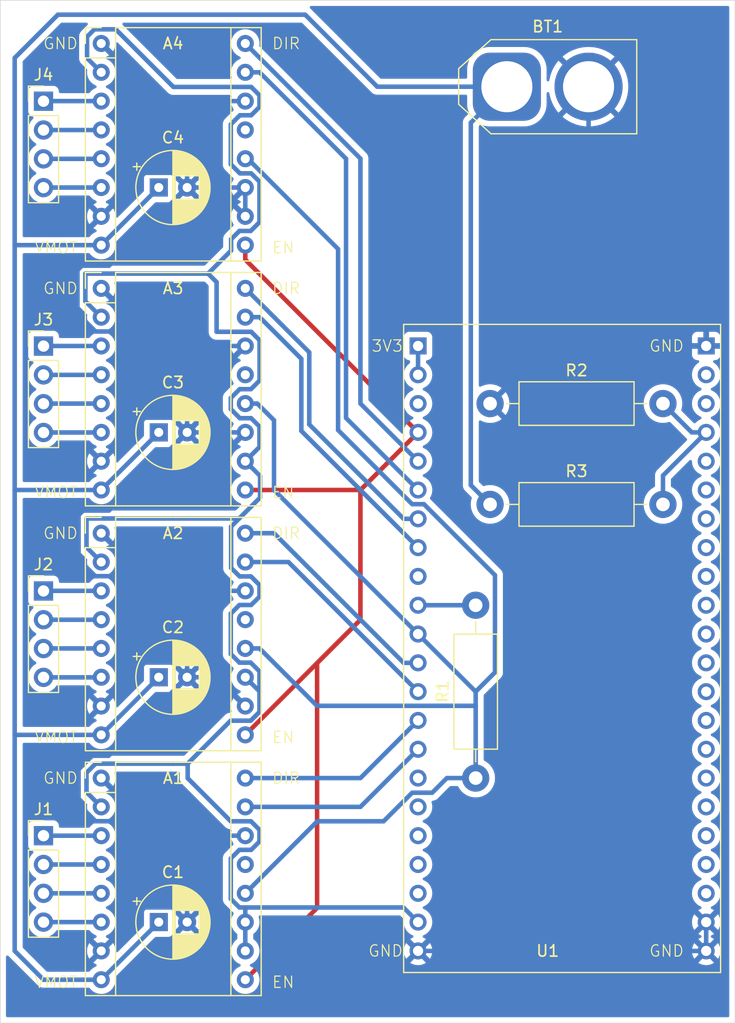
<source format=kicad_pcb>
(kicad_pcb (version 20240108) (generator "pcbnew") (generator_version "8.0")
  (title_block (title "Carte de commande principale") (date "2025-01-26") (rev "0.1") (company "Valentin G."))
  (layers (0 "F.Cu" signal) (31 "B.Cu" signal) (34 "B.Paste" user) (35 "F.Paste" user) (36 "B.SilkS" user "B.Silkscreen") (37 "F.SilkS" user "F.Silkscreen") (38 "B.Mask" user) (39 "F.Mask" user) (44 "Edge.Cuts" user))
  (net 0 "")
  (net 1 "GND")
  (net 2 "+BATT")
  (net 3 "+5V")
  (net 4 "Net-(A1-1B)")
  (net 5 "Net-(A1-2A)")
  (net 6 "Net-(A1-1A)")
  (net 7 "Net-(A1-2B)")
  (net 8 "UART_Mot")
  (net 9 "M1_STP")
  (net 10 "Drive_Mot_EN")
  (net 11 "M1_DIR")
  (net 13 "M2_DIR")
  (net 14 "Net-(A2-2A)")
  (net 15 "Net-(A2-1A)")
  (net 17 "Net-(A2-2B)")
  (net 18 "M2_STP")
  (net 19 "Net-(A2-1B)")
  (net 21 "Net-(A3-1A)")
  (net 22 "M3_STP")
  (net 23 "Net-(A3-2B)")
  (net 24 "M3_DIR")
  (net 25 "Net-(A3-1B)")
  (net 26 "Net-(A3-2A)")
  (net 27 "Net-(A4-1A)")
  (net 28 "M4_STP")
  (net 29 "Net-(A4-2A)")
  (net 30 "Net-(A4-1B)")
  (net 31 "Net-(A4-2B)")
  (net 33 "M4_DIR")
  (net 34 "/TX1")
  (net 35 "/ADC1_0")
  (net 37 "Net-(U1-3V3-Pad1)")
  (footprint "Custom:Pololu_Breakout-16_15.2x20.3mm_Better_Silkscreen" (layer "F.Cu") (at 62.24 116.84)
    (property "Reference" "A1" (at 6.35 0 0) (layer "F.SilkS"))
    (property "Value" "M4")
    (fp_text user "EN" (at 15 18 0) (layer "F.SilkS") (effects (font (thickness 0.1)) (justify left)))
    (fp_text user "GND" (at -2 0 0) (layer "F.SilkS") (effects (font (thickness 0.1)) (justify right)))
    (fp_text user "VMOT" (at -2 18 0) (layer "F.SilkS") (effects (font (thickness 0.1)) (justify right)))
    (fp_text user "DIR" (at 15 0 0) (layer "F.SilkS") (effects (font (thickness 0.1)) (justify left)))
    (pad "1" thru_hole circle (at 0 0) (size 1.5 1.5) (drill 0.8) (layers "*.Cu" "*.Mask") (net 1 "GND"))
    (pad "2" thru_hole circle (at 0 2.54) (size 1.5 1.5) (drill 0.8) (layers "*.Cu" "*.Mask") (net 3 "+5V"))
    (pad "3" thru_hole circle (at 0 5.08) (size 1.5 1.5) (drill 0.8) (layers "*.Cu" "*.Mask") (net 4 "Net-(A1-1B)"))
    (pad "4" thru_hole circle (at 0 7.62) (size 1.5 1.5) (drill 0.8) (layers "*.Cu" "*.Mask") (net 6 "Net-(A1-1A)"))
    (pad "5" thru_hole circle (at 0 10.16) (size 1.5 1.5) (drill 0.8) (layers "*.Cu" "*.Mask") (net 5 "Net-(A1-2A)"))
    (pad "6" thru_hole circle (at 0 12.7) (size 1.5 1.5) (drill 0.8) (layers "*.Cu" "*.Mask") (net 7 "Net-(A1-2B)"))
    (pad "7" thru_hole circle (at 0 15.24) (size 1.5 1.5) (drill 0.8) (layers "*.Cu" "*.Mask") (net 1 "GND"))
    (pad "8" thru_hole circle (at 0 17.78) (size 1.5 1.5) (drill 0.8) (layers "*.Cu" "*.Mask") (net 2 "+BATT"))
    (pad "9" thru_hole circle (at 12.7 17.78) (size 1.5 1.5) (drill 0.8) (layers "*.Cu" "*.Mask") (net 10 "Drive_Mot_EN"))
    (pad "10" thru_hole circle (at 12.7 15.24) (size 1.5 1.5) (drill 0.8) (layers "*.Cu" "*.Mask") (net 3 "+5V"))
    (pad "11" thru_hole circle (at 12.7 12.7) (size 1.5 1.5) (drill 0.8) (layers "*.Cu" "*.Mask") (net 3 "+5V"))
    (pad "12" thru_hole circle (at 12.7 10.16) (size 1.5 1.5) (drill 0.8) (layers "*.Cu" "*.Mask") (net 8 "UART_Mot"))
    (pad "13" thru_hole circle (at 12.7 7.62) (size 1.5 1.5) (drill 0.8) (layers "*.Cu" "*.Mask"))
    (pad "14" thru_hole circle (at 12.7 5.08) (size 1.5 1.5) (drill 0.8) (layers "*.Cu" "*.Mask") (net 1 "GND"))
    (pad "15" thru_hole circle (at 12.7 2.54) (size 1.5 1.5) (drill 0.8) (layers "*.Cu" "*.Mask") (net 28 "M4_STP"))
    (pad "16" thru_hole circle (at 12.7 0) (size 1.5 1.5) (drill 0.8) (layers "*.Cu" "*.Mask") (net 33 "M4_DIR"))
  )
  (footprint "Connector_AMASS:AMASS_XT60-M_1x02_P7.20mm_Vertical" (layer "F.Cu") (at 98 55.88)
    (property "Reference" "BT1" (at 3.6 -5.3 180) (layer "F.SilkS"))
    (property "Value" "XT60_High_Power")
    (pad "1" thru_hole roundrect (at 0 0) (size 6 6) (drill 4.5) (layers "*.Cu" "*.Mask") (net 2 "+BATT"))
    (pad "2" thru_hole circle (at 7.2 0) (size 6 6) (drill 4.5) (layers "*.Cu" "*.Mask") (net 1 "GND"))
  )
  (footprint "Capacitor_THT:CP_Radial_D6.3mm_P2.50mm" (layer "F.Cu") (at 67.31 107.95)
    (property "Reference" "C2" (at 1.25 -4.4 0) (layer "F.SilkS"))
    (property "Value" "100uF/35V")
    (pad "1" thru_hole rect (at 0 0) (size 1.6 1.6) (drill 0.8) (layers "*.Cu" "*.Mask") (net 2 "+BATT"))
    (pad "2" thru_hole circle (at 2.5 0) (size 1.6 1.6) (drill 0.8) (layers "*.Cu" "*.Mask") (net 1 "GND"))
  )
  (footprint "Custom:Pololu_Breakout-16_15.2x20.3mm_Better_Silkscreen" (layer "F.Cu") (at 62.24 73.66)
    (property "Reference" "A3" (at 6.34 0 0) (layer "F.SilkS"))
    (property "Value" "M2")
    (fp_text user "VMOT" (at -2 18 0) (layer "F.SilkS") (effects (font (thickness 0.1)) (justify right)))
    (fp_text user "DIR" (at 15 0 0) (layer "F.SilkS") (effects (font (thickness 0.1)) (justify left)))
    (fp_text user "EN" (at 15 18 0) (layer "F.SilkS") (effects (font (thickness 0.1)) (justify left)))
    (fp_text user "GND" (at -2 0 0) (layer "F.SilkS") (effects (font (thickness 0.1)) (justify right)))
    (pad "1" thru_hole circle (at 0 0) (size 1.5 1.5) (drill 0.8) (layers "*.Cu" "*.Mask") (net 1 "GND"))
    (pad "2" thru_hole circle (at 0 2.54) (size 1.5 1.5) (drill 0.8) (layers "*.Cu" "*.Mask") (net 3 "+5V"))
    (pad "3" thru_hole circle (at 0 5.08) (size 1.5 1.5) (drill 0.8) (layers "*.Cu" "*.Mask") (net 25 "Net-(A3-1B)"))
    (pad "4" thru_hole circle (at 0 7.62) (size 1.5 1.5) (drill 0.8) (layers "*.Cu" "*.Mask") (net 21 "Net-(A3-1A)"))
    (pad "5" thru_hole circle (at 0 10.16) (size 1.5 1.5) (drill 0.8) (layers "*.Cu" "*.Mask") (net 26 "Net-(A3-2A)"))
    (pad "6" thru_hole circle (at 0 12.7) (size 1.5 1.5) (drill 0.8) (layers "*.Cu" "*.Mask") (net 23 "Net-(A3-2B)"))
    (pad "7" thru_hole circle (at 0 15.24) (size 1.5 1.5) (drill 0.8) (layers "*.Cu" "*.Mask") (net 1 "GND"))
    (pad "8" thru_hole circle (at 0 17.78) (size 1.5 1.5) (drill 0.8) (layers "*.Cu" "*.Mask") (net 2 "+BATT"))
    (pad "9" thru_hole circle (at 12.7 17.78) (size 1.5 1.5) (drill 0.8) (layers "*.Cu" "*.Mask") (net 10 "Drive_Mot_EN"))
    (pad "10" thru_hole circle (at 12.7 15.24) (size 1.5 1.5) (drill 0.8) (layers "*.Cu" "*.Mask") (net 3 "+5V"))
    (pad "11" thru_hole circle (at 12.7 12.7) (size 1.5 1.5) (drill 0.8) (layers "*.Cu" "*.Mask") (net 1 "GND"))
    (pad "12" thru_hole circle (at 12.7 10.16) (size 1.5 1.5) (drill 0.8) (layers "*.Cu" "*.Mask") (net 8 "UART_Mot"))
    (pad "13" thru_hole circle (at 12.7 7.62) (size 1.5 1.5) (drill 0.8) (layers "*.Cu" "*.Mask"))
    (pad "14" thru_hole circle (at 12.7 5.08) (size 1.5 1.5) (drill 0.8) (layers "*.Cu" "*.Mask") (net 1 "GND"))
    (pad "15" thru_hole circle (at 12.7 2.54) (size 1.5 1.5) (drill 0.8) (layers "*.Cu" "*.Mask") (net 18 "M2_STP"))
    (pad "16" thru_hole circle (at 12.7 0) (size 1.5 1.5) (drill 0.8) (layers "*.Cu" "*.Mask") (net 13 "M2_DIR"))
  )
  (footprint "Resistor_THT:R_Axial_DIN0411_L9.9mm_D3.6mm_P15.24mm_Horizontal" (layer "F.Cu") (at 96.52 83.82)
    (property "Reference" "R2" (at 7.62 -2.92 0) (layer "F.SilkS"))
    (property "Value" "15k")
    (pad "1" thru_hole circle (at 0 0) (size 2.4 2.4) (drill 1.2) (layers "*.Cu" "*.Mask") (net 1 "GND"))
    (pad "2" thru_hole oval (at 15.24 0) (size 2.4 2.4) (drill 1.2) (layers "*.Cu" "*.Mask") (net 35 "/ADC1_0"))
  )
  (footprint "Custom:Pololu_Breakout-16_15.2x20.3mm_Better_Silkscreen" (layer "F.Cu") (at 62.24 95.25)
    (property "Reference" "A2" (at 6.34 0 0) (layer "F.SilkS"))
    (property "Value" "M3")
    (fp_text user "EN" (at 15 18 0) (layer "F.SilkS") (effects (font (thickness 0.1)) (justify left)))
    (fp_text user "GND" (at -2 0 0) (layer "F.SilkS") (effects (font (thickness 0.1)) (justify right)))
    (fp_text user "VMOT" (at -2 18 0) (layer "F.SilkS") (effects (font (thickness 0.1)) (justify right)))
    (fp_text user "DIR" (at 15 0 0) (layer "F.SilkS") (effects (font (thickness 0.1)) (justify left)))
    (pad "1" thru_hole circle (at 0 0) (size 1.5 1.5) (drill 0.8) (layers "*.Cu" "*.Mask") (net 1 "GND"))
    (pad "2" thru_hole circle (at 0 2.54) (size 1.5 1.5) (drill 0.8) (layers "*.Cu" "*.Mask") (net 3 "+5V"))
    (pad "3" thru_hole circle (at 0 5.08) (size 1.5 1.5) (drill 0.8) (layers "*.Cu" "*.Mask") (net 19 "Net-(A2-1B)"))
    (pad "4" thru_hole circle (at 0 7.62) (size 1.5 1.5) (drill 0.8) (layers "*.Cu" "*.Mask") (net 15 "Net-(A2-1A)"))
    (pad "5" thru_hole circle (at 0 10.16) (size 1.5 1.5) (drill 0.8) (layers "*.Cu" "*.Mask") (net 14 "Net-(A2-2A)"))
    (pad "6" thru_hole circle (at 0 12.7) (size 1.5 1.5) (drill 0.8) (layers "*.Cu" "*.Mask") (net 17 "Net-(A2-2B)"))
    (pad "7" thru_hole circle (at 0 15.24) (size 1.5 1.5) (drill 0.8) (layers "*.Cu" "*.Mask") (net 1 "GND"))
    (pad "8" thru_hole circle (at 0 17.78) (size 1.5 1.5) (drill 0.8) (layers "*.Cu" "*.Mask") (net 2 "+BATT"))
    (pad "9" thru_hole circle (at 12.7 17.78) (size 1.5 1.5) (drill 0.8) (layers "*.Cu" "*.Mask") (net 10 "Drive_Mot_EN"))
    (pad "10" thru_hole circle (at 12.7 15.24) (size 1.5 1.5) (drill 0.8) (layers "*.Cu" "*.Mask") (net 1 "GND"))
    (pad "11" thru_hole circle (at 12.7 12.7) (size 1.5 1.5) (drill 0.8) (layers "*.Cu" "*.Mask") (net 3 "+5V"))
    (pad "12" thru_hole circle (at 12.7 10.16) (size 1.5 1.5) (drill 0.8) (layers "*.Cu" "*.Mask") (net 8 "UART_Mot"))
    (pad "13" thru_hole circle (at 12.7 7.62) (size 1.5 1.5) (drill 0.8) (layers "*.Cu" "*.Mask"))
    (pad "14" thru_hole circle (at 12.7 5.08) (size 1.5 1.5) (drill 0.8) (layers "*.Cu" "*.Mask") (net 1 "GND"))
    (pad "15" thru_hole circle (at 12.7 2.54) (size 1.5 1.5) (drill 0.8) (layers "*.Cu" "*.Mask") (net 22 "M3_STP"))
    (pad "16" thru_hole circle (at 12.7 0) (size 1.5 1.5) (drill 0.8) (layers "*.Cu" "*.Mask") (net 24 "M3_DIR"))
  )
  (footprint "Connector_PinHeader_2.54mm:PinHeader_1x04_P2.54mm_Vertical" (layer "F.Cu") (at 57.15 57.16)
    (property "Reference" "J4" (at 0 -2.33 0) (layer "F.SilkS"))
    (property "Value" "Moteur_4")
    (pad "1" thru_hole rect (at 0 0) (size 1.7 1.7) (drill 1) (layers "*.Cu" "*.Mask") (net 30 "Net-(A4-1B)"))
    (pad "2" thru_hole oval (at 0 2.54) (size 1.7 1.7) (drill 1) (layers "*.Cu" "*.Mask") (net 27 "Net-(A4-1A)"))
    (pad "3" thru_hole oval (at 0 5.08) (size 1.7 1.7) (drill 1) (layers "*.Cu" "*.Mask") (net 29 "Net-(A4-2A)"))
    (pad "4" thru_hole oval (at 0 7.62) (size 1.7 1.7) (drill 1) (layers "*.Cu" "*.Mask") (net 31 "Net-(A4-2B)"))
  )
  (footprint "Capacitor_THT:CP_Radial_D6.3mm_P2.50mm" (layer "F.Cu") (at 67.31 64.77)
    (property "Reference" "C4" (at 1.25 -4.4 0) (layer "F.SilkS"))
    (property "Value" "100uF/35V")
    (pad "1" thru_hole rect (at 0 0) (size 1.6 1.6) (drill 0.8) (layers "*.Cu" "*.Mask") (net 2 "+BATT"))
    (pad "2" thru_hole circle (at 2.5 0) (size 1.6 1.6) (drill 0.8) (layers "*.Cu" "*.Mask") (net 1 "GND"))
  )
  (footprint "Connector_PinHeader_2.54mm:PinHeader_1x04_P2.54mm_Vertical" (layer "F.Cu") (at 57.15 121.92)
    (property "Reference" "J1" (at 0 -2.33 0) (layer "F.SilkS"))
    (property "Value" "Moteur_1")
    (pad "1" thru_hole rect (at 0 0) (size 1.7 1.7) (drill 1) (layers "*.Cu" "*.Mask") (net 4 "Net-(A1-1B)"))
    (pad "2" thru_hole oval (at 0 2.54) (size 1.7 1.7) (drill 1) (layers "*.Cu" "*.Mask") (net 6 "Net-(A1-1A)"))
    (pad "3" thru_hole oval (at 0 5.08) (size 1.7 1.7) (drill 1) (layers "*.Cu" "*.Mask") (net 5 "Net-(A1-2A)"))
    (pad "4" thru_hole oval (at 0 7.62) (size 1.7 1.7) (drill 1) (layers "*.Cu" "*.Mask") (net 7 "Net-(A1-2B)"))
  )
  (footprint "Capacitor_THT:CP_Radial_D6.3mm_P2.50mm" (layer "F.Cu") (at 67.31 86.36)
    (property "Reference" "C3" (at 1.25 -4.4 0) (layer "F.SilkS"))
    (property "Value" "100uF/35V")
    (pad "1" thru_hole rect (at 0 0) (size 1.6 1.6) (drill 0.8) (layers "*.Cu" "*.Mask") (net 2 "+BATT"))
    (pad "2" thru_hole circle (at 2.5 0) (size 1.6 1.6) (drill 0.8) (layers "*.Cu" "*.Mask") (net 1 "GND"))
  )
  (footprint "Resistor_THT:R_Axial_DIN0411_L9.9mm_D3.6mm_P15.24mm_Horizontal" (layer "F.Cu") (at 96.52 92.71)
    (property "Reference" "R3" (at 7.62 -2.92 0) (layer "F.SilkS"))
    (property "Value" "100k")
    (pad "1" thru_hole circle (at 0 0) (size 2.4 2.4) (drill 1.2) (layers "*.Cu" "*.Mask") (net 2 "+BATT"))
    (pad "2" thru_hole oval (at 15.24 0) (size 2.4 2.4) (drill 1.2) (layers "*.Cu" "*.Mask") (net 35 "/ADC1_0"))
  )
  (footprint "Custom:Pololu_Breakout-16_15.2x20.3mm_Better_Silkscreen" (layer "F.Cu") (at 62.24 52.07)
    (property "Reference" "A4" (at 6.34 0 0) (layer "F.SilkS"))
    (property "Value" "M1")
    (fp_text user "VMOT" (at -2 18 0) (layer "F.SilkS") (effects (font (thickness 0.1)) (justify right)))
    (fp_text user "EN" (at 15 18 0) (layer "F.SilkS") (effects (font (thickness 0.1)) (justify left)))
    (fp_text user "GND" (at -2 0 0) (layer "F.SilkS") (effects (font (thickness 0.1)) (justify right)))
    (fp_text user "DIR" (at 15 0 0) (layer "F.SilkS") (effects (font (thickness 0.1)) (justify left)))
    (pad "1" thru_hole circle (at 0 0) (size 1.5 1.5) (drill 0.8) (layers "*.Cu" "*.Mask") (net 1 "GND"))
    (pad "2" thru_hole circle (at 0 2.54) (size 1.5 1.5) (drill 0.8) (layers "*.Cu" "*.Mask") (net 3 "+5V"))
    (pad "3" thru_hole circle (at 0 5.08) (size 1.5 1.5) (drill 0.8) (layers "*.Cu" "*.Mask") (net 30 "Net-(A4-1B)"))
    (pad "4" thru_hole circle (at 0 7.62) (size 1.5 1.5) (drill 0.8) (layers "*.Cu" "*.Mask") (net 27 "Net-(A4-1A)"))
    (pad "5" thru_hole circle (at 0 10.16) (size 1.5 1.5) (drill 0.8) (layers "*.Cu" "*.Mask") (net 29 "Net-(A4-2A)"))
    (pad "6" thru_hole circle (at 0 12.7) (size 1.5 1.5) (drill 0.8) (layers "*.Cu" "*.Mask") (net 31 "Net-(A4-2B)"))
    (pad "7" thru_hole circle (at 0 15.24) (size 1.5 1.5) (drill 0.8) (layers "*.Cu" "*.Mask") (net 1 "GND"))
    (pad "8" thru_hole circle (at 0 17.78) (size 1.5 1.5) (drill 0.8) (layers "*.Cu" "*.Mask") (net 2 "+BATT"))
    (pad "9" thru_hole circle (at 12.7 17.78) (size 1.5 1.5) (drill 0.8) (layers "*.Cu" "*.Mask") (net 10 "Drive_Mot_EN"))
    (pad "10" thru_hole circle (at 12.7 15.24) (size 1.5 1.5) (drill 0.8) (layers "*.Cu" "*.Mask") (net 1 "GND"))
    (pad "11" thru_hole circle (at 12.7 12.7) (size 1.5 1.5) (drill 0.8) (layers "*.Cu" "*.Mask") (net 1 "GND"))
    (pad "12" thru_hole circle (at 12.7 10.16) (size 1.5 1.5) (drill 0.8) (layers "*.Cu" "*.Mask") (net 8 "UART_Mot"))
    (pad "13" thru_hole circle (at 12.7 7.62) (size 1.5 1.5) (drill 0.8) (layers "*.Cu" "*.Mask"))
    (pad "14" thru_hole circle (at 12.7 5.08) (size 1.5 1.5) (drill 0.8) (layers "*.Cu" "*.Mask") (net 1 "GND"))
    (pad "15" thru_hole circle (at 12.7 2.54) (size 1.5 1.5) (drill 0.8) (layers "*.Cu" "*.Mask") (net 9 "M1_STP"))
    (pad "16" thru_hole circle (at 12.7 0) (size 1.5 1.5) (drill 0.8) (layers "*.Cu" "*.Mask") (net 11 "M1_DIR"))
  )
  (footprint "Resistor_THT:R_Axial_DIN0411_L9.9mm_D3.6mm_P15.24mm_Horizontal" (layer "F.Cu") (at 95.25 116.84 90)
    (property "Reference" "R1" (at 7.62 -2.92 90) (layer "F.SilkS"))
    (property "Value" "1k")
    (pad "1" thru_hole circle (at 0 0 90) (size 2.4 2.4) (drill 1.2) (layers "*.Cu" "*.Mask") (net 8 "UART_Mot"))
    (pad "2" thru_hole oval (at 15.24 0 90) (size 2.4 2.4) (drill 1.2) (layers "*.Cu" "*.Mask") (net 34 "/TX1"))
  )
  (footprint "Custom:ESP32-S3-DevKit" (layer "F.Cu") (at 90.17 78.74)
    (property "Reference" "U1" (at 11.43 53.34 0) (layer "F.SilkS"))
    (property "Value" "ESP32-S3-N16R8-DEVBOARD")
    (fp_text user "GND" (at 20.32 0 0) (layer "F.SilkS") (effects (font (thickness 0.1)) (justify left)))
    (fp_text user "3V3" (at -1.27 0 0) (layer "F.SilkS") (effects (font (thickness 0.1)) (justify right)))
    (fp_text user "GND" (at 20.32 53.34 0) (layer "F.SilkS") (effects (font (thickness 0.1)) (justify left)))
    (fp_text user "GND" (at -1.27 53.34 0) (layer "F.SilkS") (effects (font (thickness 0.1)) (justify right)))
    (pad "1" thru_hole rect (at 0 0) (size 1.5 1.5) (drill 0.9) (layers "*.Cu" "*.Mask") (net 37 "Net-(U1-3V3-Pad1)"))
    (pad "2" thru_hole circle (at 0 2.54) (size 1.5 1.5) (drill 0.9) (layers "*.Cu" "*.Mask") (net 37 "Net-(U1-3V3-Pad1)"))
    (pad "3" thru_hole circle (at 0 5.08) (size 1.5 1.5) (drill 0.9) (layers "*.Cu" "*.Mask"))
    (pad "4" thru_hole circle (at 0 7.62) (size 1.5 1.5) (drill 0.9) (layers "*.Cu" "*.Mask") (net 10 "Drive_Mot_EN"))
    (pad "5" thru_hole circle (at 0 10.16) (size 1.5 1.5) (drill 0.9) (layers "*.Cu" "*.Mask") (net 11 "M1_DIR"))
    (pad "6" thru_hole circle (at 0 12.7) (size 1.5 1.5) (drill 0.9) (layers "*.Cu" "*.Mask") (net 9 "M1_STP"))
    (pad "7" thru_hole circle (at 0 15.24) (size 1.5 1.5) (drill 0.9) (layers "*.Cu" "*.Mask") (net 13 "M2_DIR"))
    (pad "8" thru_hole circle (at 0 17.78) (size 1.5 1.5) (drill 0.9) (layers "*.Cu" "*.Mask") (net 18 "M2_STP"))
    (pad "9" thru_hole circle (at 0 20.32) (size 1.5 1.5) (drill 0.9) (layers "*.Cu" "*.Mask"))
    (pad "10" thru_hole circle (at 0 22.86) (size 1.5 1.5) (drill 0.9) (layers "*.Cu" "*.Mask") (net 34 "/TX1"))
    (pad "11" thru_hole circle (at 0 25.4) (size 1.5 1.5) (drill 0.9) (layers "*.Cu" "*.Mask") (net 8 "UART_Mot"))
    (pad "12" thru_hole circle (at 0 27.94) (size 1.5 1.5) (drill 0.9) (layers "*.Cu" "*.Mask") (net 24 "M3_DIR"))
    (pad "13" thru_hole circle (at 0 30.48) (size 1.5 1.5) (drill 0.9) (layers "*.Cu" "*.Mask") (net 22 "M3_STP"))
    (pad "14" thru_hole circle (at 0 33.02) (size 1.5 1.5) (drill 0.9) (layers "*.Cu" "*.Mask") (net 33 "M4_DIR"))
    (pad "15" thru_hole circle (at 0 35.56) (size 1.5 1.5) (drill 0.9) (layers "*.Cu" "*.Mask") (net 28 "M4_STP"))
    (pad "16" thru_hole circle (at 0 38.1 180) (size 1.5 1.5) (drill 0.9) (layers "*.Cu" "*.Mask"))
    (pad "17" thru_hole circle (at 0 40.64 180) (size 1.5 1.5) (drill 0.9) (layers "*.Cu" "*.Mask"))
    (pad "18" thru_hole circle (at 0 43.18 180) (size 1.5 1.5) (drill 0.9) (layers "*.Cu" "*.Mask"))
    (pad "19" thru_hole circle (at 0 45.72 180) (size 1.5 1.5) (drill 0.9) (layers "*.Cu" "*.Mask"))
    (pad "20" thru_hole circle (at 0 48.26 180) (size 1.5 1.5) (drill 0.9) (layers "*.Cu" "*.Mask"))
    (pad "21" thru_hole circle (at 0 50.8 180) (size 1.5 1.5) (drill 0.9) (layers "*.Cu" "*.Mask") (net 3 "+5V"))
    (pad "22" thru_hole circle (at 0 53.34 180) (size 1.5 1.5) (drill 0.9) (layers "*.Cu" "*.Mask") (net 1 "GND"))
    (pad "23" thru_hole circle (at 25.4 53.34) (size 1.5 1.5) (drill 0.9) (layers "*.Cu" "*.Mask") (net 1 "GND"))
    (pad "24" thru_hole circle (at 25.4 50.8) (size 1.5 1.5) (drill 0.9) (layers "*.Cu" "*.Mask") (net 1 "GND"))
    (pad "25" thru_hole circle (at 25.4 48.26) (size 1.5 1.5) (drill 0.9) (layers "*.Cu" "*.Mask"))
    (pad "26" thru_hole circle (at 25.4 45.72) (size 1.5 1.5) (drill 0.9) (layers "*.Cu" "*.Mask"))
    (pad "27" thru_hole circle (at 25.4 43.18) (size 1.5 1.5) (drill 0.9) (layers "*.Cu" "*.Mask"))
    (pad "28" thru_hole circle (at 25.4 40.64) (size 1.5 1.5) (drill 0.9) (layers "*.Cu" "*.Mask"))
    (pad "29" thru_hole circle (at 25.4 38.1) (size 1.5 1.5) (drill 0.9) (layers "*.Cu" "*.Mask"))
    (pad "30" thru_hole circle (at 25.4 35.56) (size 1.5 1.5) (drill 0.9) (layers "*.Cu" "*.Mask"))
    (pad "31" thru_hole circle (at 25.4 33.02) (size 1.5 1.5) (drill 0.9) (layers "*.Cu" "*.Mask"))
    (pad "32" thru_hole circle (at 25.4 30.48) (size 1.5 1.5) (drill 0.9) (layers "*.Cu" "*.Mask"))
    (pad "33" thru_hole circle (at 25.4 27.94) (size 1.5 1.5) (drill 0.9) (layers "*.Cu" "*.Mask"))
    (pad "34" thru_hole circle (at 25.4 25.4) (size 1.5 1.5) (drill 0.9) (layers "*.Cu" "*.Mask"))
    (pad "35" thru_hole circle (at 25.4 22.86) (size 1.5 1.5) (drill 0.9) (layers "*.Cu" "*.Mask"))
    (pad "36" thru_hole circle (at 25.4 20.32) (size 1.5 1.5) (drill 0.9) (layers "*.Cu" "*.Mask"))
    (pad "37" thru_hole circle (at 25.4 17.78) (size 1.5 1.5) (drill 0.9) (layers "*.Cu" "*.Mask"))
    (pad "38" thru_hole circle (at 25.4 15.24) (size 1.5 1.5) (drill 0.9) (layers "*.Cu" "*.Mask"))
    (pad "39" thru_hole circle (at 25.4 12.7) (size 1.5 1.5) (drill 0.9) (layers "*.Cu" "*.Mask"))
    (pad "40" thru_hole circle (at 25.4 10.16) (size 1.5 1.5) (drill 0.9) (layers "*.Cu" "*.Mask"))
    (pad "41" thru_hole circle (at 25.4 7.62) (size 1.5 1.5) (drill 0.9) (layers "*.Cu" "*.Mask") (net 35 "/ADC1_0"))
    (pad "42" thru_hole circle (at 25.4 5.08) (size 1.5 1.5) (drill 0.9) (layers "*.Cu" "*.Mask"))
    (pad "43" thru_hole circle (at 25.4 2.54) (size 1.5 1.5) (drill 0.9) (layers "*.Cu" "*.Mask"))
    (pad "44" thru_hole rect (at 25.4 0) (size 1.5 1.5) (drill 0.9) (layers "*.Cu" "*.Mask") (net 1 "GND"))
  )
  (footprint "Capacitor_THT:CP_Radial_D6.3mm_P2.50mm" (layer "F.Cu") (at 67.31 129.54)
    (property "Reference" "C1" (at 1.25 -4.4 0) (layer "F.SilkS"))
    (property "Value" "100uF/35V")
    (pad "1" thru_hole rect (at 0 0) (size 1.6 1.6) (drill 0.8) (layers "*.Cu" "*.Mask") (net 2 "+BATT"))
    (pad "2" thru_hole circle (at 2.5 0) (size 1.6 1.6) (drill 0.8) (layers "*.Cu" "*.Mask") (net 1 "GND"))
  )
  (footprint "Connector_PinHeader_2.54mm:PinHeader_1x04_P2.54mm_Vertical" (layer "F.Cu") (at 57.15 78.75)
    (property "Reference" "J3" (at 0 -2.33 0) (layer "F.SilkS"))
    (property "Value" "Moteur_3")
    (pad "1" thru_hole rect (at 0 0) (size 1.7 1.7) (drill 1) (layers "*.Cu" "*.Mask") (net 25 "Net-(A3-1B)"))
    (pad "2" thru_hole oval (at 0 2.54) (size 1.7 1.7) (drill 1) (layers "*.Cu" "*.Mask") (net 21 "Net-(A3-1A)"))
    (pad "3" thru_hole oval (at 0 5.08) (size 1.7 1.7) (drill 1) (layers "*.Cu" "*.Mask") (net 26 "Net-(A3-2A)"))
    (pad "4" thru_hole oval (at 0 7.62) (size 1.7 1.7) (drill 1) (layers "*.Cu" "*.Mask") (net 23 "Net-(A3-2B)"))
  )
  (footprint "Connector_PinHeader_2.54mm:PinHeader_1x04_P2.54mm_Vertical" (layer "F.Cu") (at 57.15 100.34)
    (property "Reference" "J2" (at 0 -2.33 0) (layer "F.SilkS"))
    (property "Value" "Moteur_2")
    (pad "1" thru_hole rect (at 0 0) (size 1.7 1.7) (drill 1) (layers "*.Cu" "*.Mask") (net 19 "Net-(A2-1B)"))
    (pad "2" thru_hole oval (at 0 2.54) (size 1.7 1.7) (drill 1) (layers "*.Cu" "*.Mask") (net 15 "Net-(A2-1A)"))
    (pad "3" thru_hole oval (at 0 5.08) (size 1.7 1.7) (drill 1) (layers "*.Cu" "*.Mask") (net 14 "Net-(A2-2A)"))
    (pad "4" thru_hole oval (at 0 7.62) (size 1.7 1.7) (drill 1) (layers "*.Cu" "*.Mask") (net 17 "Net-(A2-2B)"))
  )
  (gr_rect (start 53.34 48.26) (end 118.11 138.43) (stroke (width 0.05)) (fill none) (layer "Edge.Cuts"))
  (segment (start 66.03 99.04) (end 68.585 101.595) (width 0.4) (layer "B.Cu") (net 1))
  (segment (start 60.14 72.070051) (end 60.14 75.867767) (width 0.4) (layer "B.Cu") (net 1))
  (segment (start 60.24 93.660051) (end 60.24 97.557767) (width 0.4) (layer "B.Cu") (net 1))
  (segment (start 68.585 101.595) (end 69.81 102.82) (width 0.4) (layer "B.Cu") (net 1))
  (segment (start 60.650051 93.25) (end 60.24 93.660051) (width 0.4) (layer "B.Cu") (net 1))
  (segment (start 61.737233 120.645) (end 66.045 120.645) (width 0.4) (layer "B.Cu") (net 1))
  (segment (start 62.24 95.25) (end 68.585 101.595) (width 0.4) (layer "B.Cu") (net 1))
  (segment (start 69.81 59.64) (end 69.81 59.69) (width 0.4) (layer "B.Cu") (net 1))
  (segment (start 109.22 129.54) (end 111.76 132.08) (width 0.4) (layer "B.Cu") (net 1))
  (segment (start 96.52 83.82) (end 97.79 82.55) (width 0.4) (layer "B.Cu") (net 1))
  (segment (start 61.722233 99.04) (end 66.03 99.04) (width 0.4) (layer "B.Cu") (net 1))
  (segment (start 61.737233 77.465) (end 66.045 77.465) (width 0.4) (layer "B.Cu") (net 1))
  (segment (start 69.81 124.41) (end 69.81 124.46) (width 0.4) (layer "B.Cu") (net 1))
  (segment (start 90.17 132.08) (end 111.76 132.08) (width 0.4) (layer "B.Cu") (net 1))
  (segment (start 111.76 132.08) (end 115.57 132.08) (width 0.4) (layer "B.Cu") (net 1))
  (segment (start 60.24 97.557767) (end 61.722233 99.04) (width 0.4) (layer "B.Cu") (net 1))
  (segment (start 66.045 120.645) (end 69.81 124.41) (width 0.4) (layer "B.Cu") (net 1))
  (segment (start 72.35 57.15) (end 69.81 59.69) (width 0.4) (layer "B.Cu") (net 1))
  (segment (start 69.81 102.82) (end 69.81 102.87) (width 0.4) (layer "B.Cu") (net 1))
  (segment (start 62.24 116.84) (end 66.045 120.645) (width 0.4) (layer "B.Cu") (net 1))
  (segment (start 69.81 59.69) (end 69.81 64.77) (width 0.4) (layer "B.Cu") (net 1))
  (segment (start 62.89 114.87) (end 61.452283 114.87) (width 0.4) (layer "B.Cu") (net 1))
  (segment (start 72.4 107.95) (end 74.94 110.49) (width 0.4) (layer "B.Cu") (net 1))
  (segment (start 68.51 128.24) (end 66.08 128.24) (width 0.4) (layer "B.Cu") (net 1))
  (segment (start 62.24 110.49) (end 66.08 106.65) (width 0.4) (layer "B.Cu") (net 1))
  (segment (start 105.2 55.88) (end 105.2 70.91) (width 0.4) (layer "B.Cu") (net 1))
  (segment (start 69.81 107.95) (end 62.89 114.87) (width 0.4) (layer "B.Cu") (net 1))
  (segment (start 66.08 106.65) (end 68.51 106.65) (width 0.4) (layer "B.Cu") (net 1))
  (segment (start 74.94 78.74) (end 72.35 78.74) (width 0.4) (layer "B.Cu") (net 1))
  (segment (start 66.045 77.465) (end 69.81 81.23) (width 0.4) (layer "B.Cu") (net 1))
  (segment (start 68.51 106.65) (end 69.81 107.95) (width 0.4) (layer "B.Cu") (net 1))
  (segment (start 62.92 93.25) (end 60.650051 93.25) (width 0.4) (layer "B.Cu") (net 1))
  (segment (start 69.81 102.87) (end 69.81 107.95) (width 0.4) (layer "B.Cu") (net 1))
  (segment (start 60.14 75.867767) (end 61.737233 77.465) (width 0.4) (layer "B.Cu") (net 1))
  (segment (start 69.81 81.23) (end 69.81 81.28) (width 0.4) (layer "B.Cu") (net 1))
  (segment (start 74.94 121.92) (end 72.35 121.92) (width 0.4) (layer "B.Cu") (net 1))
  (segment (start 74.94 64.77) (end 74.94 67.31) (width 0.4) (layer "B.Cu") (net 1))
  (segment (start 69.81 124.46) (end 69.81 129.54) (width 0.4) (layer "B.Cu") (net 1))
  (segment (start 66.08 63.47) (end 68.51 63.47) (width 0.4) (layer "B.Cu") (net 1))
  (segment (start 62.24 67.31) (end 66.08 63.47) (width 0.4) (layer "B.Cu") (net 1))
  (segment (start 60.24 119.147767) (end 61.737233 120.645) (width 0.4) (layer "B.Cu") (net 1))
  (segment (start 62.24 52.07) (end 69.81 59.64) (width 0.4) (layer "B.Cu") (net 1))
  (segment (start 69.81 64.77) (end 62.92 71.66) (width 0.4) (layer "B.Cu") (net 1))
  (segment (start 72.35 78.74) (end 69.81 81.28) (width 0.4) (layer "B.Cu") (net 1))
  (segment (start 68.51 63.47) (end 69.81 64.77) (width 0.4) (layer "B.Cu") (net 1))
  (segment (start 105.2 70.91) (end 113.03 78.74) (width 0.4) (layer "B.Cu") (net 1))
  (segment (start 66.08 85.06) (end 62.24 88.9) (width 0.4) (layer "B.Cu") (net 1))
  (segment (start 61.452283 114.87) (end 60.24 116.082283) (width 0.4) (layer "B.Cu") (net 1))
  (segment (start 113.03 78.74) (end 109.22 82.55) (width 0.4) (layer "B.Cu") (net 1))
  (segment (start 62.92 71.66) (end 60.550051 71.66) (width 0.4) (layer "B.Cu") (net 1))
  (segment (start 74.94 57.15) (end 72.35 57.15) (width 0.4) (layer "B.Cu") (net 1))
  (segment (start 69.81 81.28) (end 69.81 86.36) (width 0.4) (layer "B.Cu") (net 1))
  (segment (start 115.57 78.74) (end 113.03 78.74) (width 0.4) (layer "B.Cu") (net 1))
  (segment (start 74.94 100.33) (end 72.35 100.33) (width 0.4) (layer "B.Cu") (net 1))
  (segment (start 69.81 107.95) (end 72.4 107.95) (width 0.4) (layer "B.Cu") (net 1))
  (segment (start 109.22 82.55) (end 109.22 129.54) (width 0.4) (layer "B.Cu") (net 1))
  (segment (start 60.550051 71.66) (end 60.14 72.070051) (width 0.4) (layer "B.Cu") (net 1))
  (segment (start 115.57 132.08) (end 115.57 129.54) (width 0.4) (layer "B.Cu") (net 1))
  (segment (start 74.94 64.77) (end 69.81 64.77) (width 0.4) (layer "B.Cu") (net 1))
  (segment (start 66.08 128.24) (end 62.24 132.08) (width 0.4) (layer "B.Cu") (net 1))
  (segment (start 60.24 116.082283) (end 60.24 119.147767) (width 0.4) (layer "B.Cu") (net 1))
  (segment (start 69.81 86.36) (end 74.94 86.36) (width 0.4) (layer "B.Cu") (net 1))
  (segment (start 69.81 129.54) (end 68.51 128.24) (width 0.4) (layer "B.Cu") (net 1))
  (segment (start 68.51 85.06) (end 66.08 85.06) (width 0.4) (layer "B.Cu") (net 1))
  (segment (start 97.79 82.55) (end 109.22 82.55) (width 0.4) (layer "B.Cu") (net 1))
  (segment (start 72.35 121.92) (end 69.81 124.46) (width 0.4) (layer "B.Cu") (net 1))
  (segment (start 69.81 86.36) (end 68.51 85.06) (width 0.4) (layer "B.Cu") (net 1))
  (segment (start 69.81 86.36) (end 62.92 93.25) (width 0.4) (layer "B.Cu") (net 1))
  (segment (start 72.35 100.33) (end 69.81 102.87) (width 0.4) (layer "B.Cu") (net 1))
  (segment (start 62.24 73.66) (end 66.045 77.465) (width 0.4) (layer "B.Cu") (net 1))
  (segment (start 54.61 113.03) (end 54.61 132.08) (width 0.4) (layer "B.Cu") (net 2))
  (segment (start 94.82 59.06) (end 98 55.88) (width 0.4) (layer "B.Cu") (net 2))
  (segment (start 67.31 64.78) (end 62.24 69.85) (width 0.4) (layer "B.Cu") (net 2))
  (segment (start 67.31 86.37) (end 62.24 91.44) (width 0.4) (layer "B.Cu") (net 2))
  (segment (start 67.31 86.36) (end 67.31 86.37) (width 0.4) (layer "B.Cu") (net 2))
  (segment (start 54.61 91.44) (end 54.61 113.03) (width 0.4) (layer "B.Cu") (net 2))
  (segment (start 80.22 49.53) (end 86.57 55.88) (width 0.4) (layer "B.Cu") (net 2))
  (segment (start 80.22 49.53) (end 58.42 49.53) (width 0.4) (layer "B.Cu") (net 2))
  (segment (start 62.24 113.03) (end 54.61 113.03) (width 0.4) (layer "B.Cu") (net 2))
  (segment (start 96.52 92.71) (end 94.82 91.01) (width 0.4) (layer "B.Cu") (net 2))
  (segment (start 54.61 69.85) (end 54.61 91.44) (width 0.4) (layer "B.Cu") (net 2))
  (segment (start 62.24 69.85) (end 54.61 69.85) (width 0.4) (layer "B.Cu") (net 2))
  (segment (start 67.31 129.55) (end 62.24 134.62) (width 0.4) (layer "B.Cu") (net 2))
  (segment (start 54.61 132.08) (end 57.15 134.62) (width 0.4) (layer "B.Cu") (net 2))
  (segment (start 67.31 107.95) (end 67.31 107.96) (width 0.4) (layer "B.Cu") (net 2))
  (segment (start 58.42 49.53) (end 54.61 53.34) (width 0.4) (layer "B.Cu") (net 2))
  (segment (start 67.31 107.96) (end 62.24 113.03) (width 0.4) (layer "B.Cu") (net 2))
  (segment (start 57.15 134.62) (end 62.24 134.62) (width 0.4) (layer "B.Cu") (net 2))
  (segment (start 67.31 64.77) (end 67.31 64.78) (width 0.4) (layer "B.Cu") (net 2))
  (segment (start 54.61 53.34) (end 54.61 69.85) (width 0.4) (layer "B.Cu") (net 2))
  (segment (start 94.82 91.01) (end 94.82 59.06) (width 0.4) (layer "B.Cu") (net 2))
  (segment (start 62.24 91.44) (end 54.61 91.44) (width 0.4) (layer "B.Cu") (net 2))
  (segment (start 67.31 129.54) (end 67.31 129.55) (width 0.4) (layer "B.Cu") (net 2))
  (segment (start 86.57 55.88) (end 98 55.88) (width 0.4) (layer "B.Cu") (net 2))
  (segment (start 74.94 107.95) (end 76.19 109.2) (width 0.4) (layer "B.Cu") (net 3))
  (segment (start 74.422233 68.6) (end 75.417767 68.6) (width 0.4) (layer "B.Cu") (net 3))
  (segment (start 73.66 127.487767) (end 73.66 123.932233) (width 0.4) (layer "B.Cu") (net 3))
  (segment (start 74.422233 123.17) (end 75.457767 123.17) (width 0.4) (layer "B.Cu") (net 3))
  (segment (start 76.19 111.007767) (end 75.417767 111.78) (width 0.4) (layer "B.Cu") (net 3))
  (segment (start 74.422233 128.25) (end 73.66 127.487767) (width 0.4) (layer "B.Cu") (net 3))
  (segment (start 69.86 115.57) (end 68.58 115.57) (width 0.4) (layer "B.Cu") (net 3))
  (segment (start 68.6 55.9) (end 63.52 50.82) (width 0.4) (layer "B.Cu") (net 3))
  (segment (start 73.66 123.932233) (end 74.422233 123.17) (width 0.4) (layer "B.Cu") (net 3))
  (segment (start 75.457767 123.17) (end 76.19 122.437767) (width 0.4) (layer "B.Cu") (net 3))
  (segment (start 76.19 122.437767) (end 76.19 121.402233) (width 0.4) (layer "B.Cu") (net 3))
  (segment (start 63.52 50.82) (end 61.64 50.82) (width 0.4) (layer "B.Cu") (net 3))
  (segment (start 75.457767 63.52) (end 74.462233 63.52) (width 0.4) (layer "B.Cu") (net 3))
  (segment (start 69.86 116.85) (end 69.86 115.57) (width 0.4) (layer "B.Cu") (net 3))
  (segment (start 90.17 129.54) (end 88.88 128.25) (width 0.4) (layer "B.Cu") (net 3))
  (segment (start 74.422233 101.58) (end 75.457767 101.58) (width 0.4) (layer "B.Cu") (net 3))
  (segment (start 60.84 72.36) (end 71.657767 72.36) (width 0.4) (layer "B.Cu") (net 3))
  (segment (start 72.41 73.112233) (end 71.657767 72.36) (width 0.4) (layer "B.Cu") (net 3))
  (segment (start 75.417767 111.78) (end 73.65 111.78) (width 0.4) (layer "B.Cu") (net 3))
  (segment (start 60.99 51.47) (end 60.99 53.36) (width 0.4) (layer "B.Cu") (net 3))
  (segment (start 75.457767 85.11) (end 76.19 85.842233) (width 0.4) (layer "B.Cu") (net 3))
  (segment (start 73.69 98.307767) (end 73.69 94.661522) (width 0.4) (layer "B.Cu") (net 3))
  (segment (start 73.65 111.78) (end 69.86 115.57) (width 0.4) (layer "B.Cu") (net 3))
  (segment (start 73.66 84.307767) (end 74.462233 85.11) (width 0.4) (layer "B.Cu") (net 3))
  (segment (start 60.84 74.8) (end 60.84 72.36) (width 0.4) (layer "B.Cu") (net 3))
  (segment (start 62.24 119.38) (end 60.94 118.08) (width 0.4) (layer "B.Cu") (net 3))
  (segment (start 74.94 129.54) (end 74.94 128.29) (width 0.4) (layer "B.Cu") (net 3))
  (segment (start 73.66 83.332233) (end 73.66 84.307767) (width 0.4) (layer "B.Cu") (net 3))
  (segment (start 73.66 59.202233) (end 74.462233 58.4) (width 0.4) (layer "B.Cu") (net 3))
  (segment (start 76.19 87.65) (end 74.94 88.9) (width 0.4) (layer "B.Cu") (net 3))
  (segment (start 68.58 93.95) (end 60.94 93.95) (width 0.4) (layer "B.Cu") (net 3))
  (segment (start 76.2 81.787767) (end 75.437767 82.55) (width 0.4) (layer "B.Cu") (net 3))
  (segment (start 74.442233 82.55) (end 73.66 83.332233) (width 0.4) (layer "B.Cu") (net 3))
  (segment (start 72.41 77.49) (end 72.41 73.112233) (width 0.4) (layer "B.Cu") (net 3))
  (segment (start 60.94 118.08) (end 60.94 116.372233) (width 0.4) (layer "B.Cu") (net 3))
  (segment (start 76.19 100.847767) (end 76.19 99.812233) (width 0.4) (layer "B.Cu") (net 3))
  (segment (start 71.657767 72.36) (end 73.69 70.327767) (width 0.4) (layer "B.Cu") (net 3))
  (segment (start 73.69 70.327767) (end 73.69 69.332233) (width 0.4) (layer "B.Cu") (net 3))
  (segment (start 76.19 67.827767) (end 76.19 64.252233) (width 0.4) (layer "B.Cu") (net 3))
  (segment (start 73.66 102.342233) (end 74.422233 101.58) (width 0.4) (layer "B.Cu") (net 3))
  (segment (start 76.19 57.667767) (end 76.19 56.632233) (width 0.4) (layer "B.Cu") (net 3))
  (segment (start 60.99 53.36) (end 62.24 54.61) (width 0.4) (layer "B.Cu") (net 3))
  (segment (start 75.457767 101.58) (end 76.19 100.847767) (width 0.4) (layer "B.Cu") (net 3))
  (segment (start 74.401522 93.95) (end 68.58 93.95) (width 0.4) (layer "B.Cu") (net 3))
  (segment (start 60.94 93.95) (end 60.94 96.49) (width 0.4) (layer "B.Cu") (net 3))
  (segment (start 62.24 76.2) (end 60.84 74.8) (width 0.4) (layer "B.Cu") (net 3))
  (segment (start 72.41 77.49) (end 75.457767 77.49) (width 0.4) (layer "B.Cu") (net 3))
  (segment (start 74.422233 106.66) (end 73.66 105.897767) (width 0.4) (layer "B.Cu") (net 3))
  (segment (start 75.457767 55.9) (end 68.6 55.9) (width 0.4) (layer "B.Cu") (net 3))
  (segment (start 76.19 107.432233) (end 75.417767 106.66) (width 0.4) (layer "B.Cu") (net 3))
  (segment (start 76.19 85.842233) (end 76.19 87.65) (width 0.4) (layer "B.Cu") (net 3))
  (segment (start 76.19 56.632233) (end 75.457767 55.9) (width 0.4) (layer "B.Cu") (net 3))
  (segment (start 75.437767 99.06) (end 74.442233 99.06) (width 0.4) (layer "B.Cu") (net 3))
  (segment (start 76.24 92.111522) (end 74.401522 93.95) (width 0.4) (layer "B.Cu") (net 3))
  (segment (start 74.94 132.08) (end 74.94 129.54) (width 0.4) (layer "B.Cu") (net 3))
  (segment (start 74.462233 85.11) (end 75.457767 85.11) (width 0.4) (layer "B.Cu") (net 3))
  (segment (start 75.417767 68.6) (end 76.19 67.827767) (width 0.4) (layer "B.Cu") (net 3))
  (segment (start 73.66 62.717767) (end 73.66 59.202233) (width 0.4) (layer "B.Cu") (net 3))
  (segment (start 75.417767 106.66) (end 74.422233 106.66) (width 0.4) (layer "B.Cu") (net 3))
  (segment (start 74.98 128.25) (end 74.422233 128.25) (width 0.4) (layer "B.Cu") (net 3))
  (segment (start 61.742233 115.57) (end 62.23 115.57) (width 0.4) (layer "B.Cu") (net 3))
  (segment (start 74.94 128.29) (end 74.98 128.25) (width 0.4) (layer "B.Cu") (net 3))
  (segment (start 60.94 116.372233) (end 61.742233 115.57) (width 0.4) (layer "B.Cu") (net 3))
  (segment (start 74.462233 63.52) (end 73.66 62.717767) (width 0.4) (layer "B.Cu") (net 3))
  (segment (start 75.457767 77.49) (end 76.2 78.232233) (width 0.4) (layer "B.Cu") (net 3))
  (segment (start 62.2 115.57) (end 68.58 115.57) (width 0.4) (layer "B.Cu") (net 3))
  (segment (start 73.66 105.897767) (end 73.66 102.342233) (width 0.4) (layer "B.Cu") (net 3))
  (segment (start 76.19 64.252233) (end 75.457767 63.52) (width 0.4) (layer "B.Cu") (net 3))
  (segment (start 76.24 90.2) (end 74.94 88.9) (width 0.4) (layer "B.Cu") (net 3))
  (segment (start 76.19 121.402233) (end 75.437767 120.65) (width 0.4) (layer "B.Cu") (net 3))
  (segment (start 76.24 92.111522) (end 76.24 90.2) (width 0.4) (layer "B.Cu") (net 3))
  (segment (start 76.2 78.232233) (end 76.2 81.787767) (width 0.4) (layer "B.Cu") (net 3))
  (segment (start 60.94 96.49) (end 62.24 97.79) (width 0.4) (layer "B.Cu") (net 3))
  (segment (start 75.457767 58.4) (end 76.19 57.667767) (width 0.4) (layer "B.Cu") (net 3))
  (segment (start 73.66 120.65) (end 69.86 116.85) (width 0.4) (layer "B.Cu") (net 3))
  (segment (start 74.462233 58.4) (end 75.457767 58.4) (width 0.4) (layer "B.Cu") (net 3))
  (segment (start 76.19 99.812233) (end 75.437767 99.06) (width 0.4) (layer "B.Cu") (net 3))
  (segment (start 76.19 109.2) (end 76.19 111.007767) (width 0.4) (layer "B.Cu") (net 3))
  (segment (start 75.437767 82.55) (end 74.442233 82.55) (width 0.4) (layer "B.Cu") (net 3))
  (segment (start 74.442233 99.06) (end 73.69 98.307767) (width 0.4) (layer "B.Cu") (net 3))
  (segment (start 73.69 94.661522) (end 74.401522 93.95) (width 0.4) (layer "B.Cu") (net 3))
  (segment (start 75.437767 120.65) (end 73.66 120.65) (width 0.4) (layer "B.Cu") (net 3))
  (segment (start 73.69 69.332233) (end 74.422233 68.6) (width 0.4) (layer "B.Cu") (net 3))
  (segment (start 61.64 50.82) (end 60.99 51.47) (width 0.4) (layer "B.Cu") (net 3))
  (segment (start 76.19 109.24) (end 76.19 107.432233) (width 0.4) (layer "B.Cu") (net 3))
  (segment (start 88.88 128.25) (end 74.98 128.25) (width 0.4) (layer "B.Cu") (net 3))
  (segment (start 57.15 121.92) (end 62.24 121.92) (width 0.4) (layer "B.Cu") (net 4))
  (segment (start 57.15 127) (end 62.24 127) (width 0.4) (layer "B.Cu") (net 5))
  (segment (start 62.24 124.46) (end 57.15 124.46) (width 0.4) (layer "B.Cu") (net 6))
  (segment (start 62.24 129.54) (end 57.15 129.54) (width 0.4) (layer "B.Cu") (net 7))
  (segment (start 90.17 104.14) (end 77.47 91.44) (width 0.4) (layer "B.Cu") (net 8))
  (segment (start 96.95 107.52) (end 95.25 109.22) (width 0.4) (layer "B.Cu") (net 8))
  (segment (start 75.157717 62.23) (end 83.12 70.192283) (width 0.4) (layer "B.Cu") (net 8))
  (segment (start 95.25 109.22) (end 95.25 110.49) (width 0.4) (layer "B.Cu") (net 8))
  (segment (start 95.25 110.49) (end 95.25 116.84) (width 0.4) (layer "B.Cu") (net 8))
  (segment (start 83.12 86.157767) (end 89.652233 92.69) (width 0.4) (layer "B.Cu") (net 8))
  (segment (start 74.94 105.41) (end 76.2 105.41) (width 0.4) (layer "B.Cu") (net 8))
  (segment (start 81.29 120.65) (end 87.132233 120.65) (width 0.4) (layer "B.Cu") (net 8))
  (segment (start 91.42 118.13) (end 92.71 116.84) (width 0.4) (layer "B.Cu") (net 8))
  (segment (start 83.12 70.192283) (end 83.12 86.157767) (width 0.4) (layer "B.Cu") (net 8))
  (segment (start 74.94 62.23) (end 75.157717 62.23) (width 0.4) (layer "B.Cu") (net 8))
  (segment (start 74.94 127) (end 81.29 120.65) (width 0.4) (layer "B.Cu") (net 8))
  (segment (start 90.687767 92.69) (end 96.95 98.952233) (width 0.4) (layer "B.Cu") (net 8))
  (segment (start 92.71 116.84) (end 95.25 116.84) (width 0.4) (layer "B.Cu") (net 8))
  (segment (start 89.652233 92.69) (end 90.687767 92.69) (width 0.4) (layer "B.Cu") (net 8))
  (segment (start 89.652233 118.13) (end 91.42 118.13) (width 0.4) (layer "B.Cu") (net 8))
  (segment (start 76.00066 83.82) (end 74.94 83.82) (width 0.4) (layer "B.Cu") (net 8))
  (segment (start 96.95 98.952233) (end 96.95 107.52) (width 0.4) (layer "B.Cu") (net 8))
  (segment (start 76.2 105.41) (end 81.26 110.47) (width 0.4) (layer "B.Cu") (net 8))
  (segment (start 87.132233 120.65) (end 89.652233 118.13) (width 0.4) (layer "B.Cu") (net 8))
  (segment (start 77.47 85.28934) (end 76.00066 83.82) (width 0.4) (layer "B.Cu") (net 8))
  (segment (start 77.47 91.44) (end 77.47 85.28934) (width 0.4) (layer "B.Cu") (net 8))
  (segment (start 90.17 104.14) (end 95.25 109.22) (width 0.4) (layer "B.Cu") (net 8))
  (segment (start 81.26 110.47) (end 95.23 110.47) (width 0.4) (layer "B.Cu") (net 8))
  (segment (start 95.23 110.47) (end 95.25 110.49) (width 0.4) (layer "B.Cu") (net 8))
  (segment (start 76.2 54.61) (end 83.82 62.23) (width 0.4) (layer "B.Cu") (net 9))
  (segment (start 74.94 54.61) (end 76.2 54.61) (width 0.4) (layer "B.Cu") (net 9))
  (segment (start 83.82 62.23) (end 83.82 85.09) (width 0.4) (layer "B.Cu") (net 9))
  (segment (start 83.82 85.09) (end 90.17 91.44) (width 0.4) (layer "B.Cu") (net 9))
  (segment (start 74.94 134.62) (end 81.27 128.29) (width 0.4) (layer "F.Cu") (net 10))
  (segment (start 74.94 113.03) (end 77.846116 110.123883) (width 0.4) (layer "F.Cu") (net 10))
  (segment (start 74.94 71.13) (end 90.17 86.36) (width 0.4) (layer "F.Cu") (net 10))
  (segment (start 74.94 69.85) (end 74.94 71.13) (width 0.4) (layer "F.Cu") (net 10))
  (segment (start 81.27 128.29) (end 81.27 106.7) (width 0.4) (layer "F.Cu") (net 10))
  (segment (start 85.09 91.44) (end 90.17 86.36) (width 0.4) (layer "F.Cu") (net 10))
  (segment (start 74.94 91.44) (end 85.09 91.44) (width 0.4) (layer "F.Cu") (net 10))
  (segment (start 84.46 103.51) (end 85.09 102.879999) (width 0.4) (layer "F.Cu") (net 10))
  (segment (start 77.846116 110.123883) (end 84.46 103.51) (width 0.4) (layer "F.Cu") (net 10))
  (segment (start 81.27 106.7) (end 84.46 103.51) (width 0.4) (layer "F.Cu") (net 10))
  (segment (start 85.09 102.879999) (end 85.09 91.44) (width 0.4) (layer "F.Cu") (net 10))
  (segment (start 85.09 83.82) (end 85.09 62.22) (width 0.4) (layer "B.Cu") (net 11))
  (segment (start 85.09 62.22) (end 74.94 52.07) (width 0.4) (layer "B.Cu") (net 11))
  (segment (start 90.17 88.9) (end 85.09 83.82) (width 0.4) (layer "B.Cu") (net 11))
  (segment (start 74.94 73.66) (end 80.58 79.3) (width 0.4) (layer "B.Cu") (net 13))
  (segment (start 80.58 79.3) (end 80.58 85.66) (width 0.4) (layer "B.Cu") (net 13))
  (segment (start 88.9 93.98) (end 90.17 93.98) (width 0.4) (layer "B.Cu") (net 13))
  (segment (start 80.58 85.66) (end 88.9 93.98) (width 0.4) (layer "B.Cu") (net 13))
  (segment (start 57.16 105.41) (end 57.15 105.42) (width 0.4) (layer "B.Cu") (net 14))
  (segment (start 62.24 105.41) (end 57.16 105.41) (width 0.4) (layer "B.Cu") (net 14))
  (segment (start 57.15 102.88) (end 62.23 102.88) (width 0.4) (layer "B.Cu") (net 15))
  (segment (start 62.23 102.88) (end 62.24 102.87) (width 0.4) (layer "B.Cu") (net 15))
  (segment (start 62.23 107.96) (end 62.24 107.95) (width 0.4) (layer "B.Cu") (net 17))
  (segment (start 57.15 107.96) (end 62.23 107.96) (width 0.4) (layer "B.Cu") (net 17))
  (segment (start 79.88 86.23) (end 90.17 96.52) (width 0.4) (layer "B.Cu") (net 18))
  (segment (start 76.205 76.2) (end 79.88 79.875) (width 0.4) (layer "B.Cu") (net 18))
  (segment (start 79.88 79.875) (end 79.88 86.23) (width 0.4) (layer "B.Cu") (net 18))
  (segment (start 74.94 76.2) (end 76.205 76.2) (width 0.4) (layer "B.Cu") (net 18))
  (segment (start 62.24 100.33) (end 57.16 100.33) (width 0.4) (layer "B.Cu") (net 19))
  (segment (start 57.16 100.33) (end 57.15 100.34) (width 0.4) (layer "B.Cu") (net 19))
  (segment (start 62.23 81.29) (end 62.24 81.28) (width 0.4) (layer "B.Cu") (net 21))
  (segment (start 57.15 81.29) (end 62.23 81.29) (width 0.4) (layer "B.Cu") (net 21))
  (segment (start 74.94 97.79) (end 78.74 97.79) (width 0.4) (layer "B.Cu") (net 22))
  (segment (start 78.74 97.79) (end 90.17 109.22) (width 0.4) (layer "B.Cu") (net 22))
  (segment (start 57.15 86.37) (end 62.23 86.37) (width 0.4) (layer "B.Cu") (net 23))
  (segment (start 62.23 86.37) (end 62.24 86.36) (width 0.4) (layer "B.Cu") (net 23))
  (segment (start 88.9 106.68) (end 77.47 95.25) (width 0.4) (layer "B.Cu") (net 24))
  (segment (start 90.17 106.68) (end 88.9 106.68) (width 0.4) (layer "B.Cu") (net 24))
  (segment (start 77.47 95.25) (end 74.94 95.25) (width 0.4) (layer "B.Cu") (net 24))
  (segment (start 62.23 78.75) (end 62.24 78.74) (width 0.4) (layer "F.Cu") (net 25))
  (segment (start 57.16 78.74) (end 57.15 78.75) (width 0.4) (layer "B.Cu") (net 25))
  (segment (start 62.24 78.74) (end 57.16 78.74) (width 0.4) (layer "B.Cu") (net 25))
  (segment (start 62.24 83.82) (end 57.16 83.82) (width 0.4) (layer "B.Cu") (net 26))
  (segment (start 57.16 83.82) (end 57.15 83.83) (width 0.4) (layer "B.Cu") (net 26))
  (segment (start 62.23 59.7) (end 62.24 59.69) (width 0.4) (layer "B.Cu") (net 27))
  (segment (start 57.15 59.7) (end 62.23 59.7) (width 0.4) (layer "B.Cu") (net 27))
  (segment (start 74.94 119.38) (end 85.09 119.38) (width 0.4) (layer "B.Cu") (net 28))
  (segment (start 85.09 119.38) (end 90.17 114.3) (width 0.4) (layer "B.Cu") (net 28))
  (segment (start 57.15 62.24) (end 62.23 62.24) (width 0.4) (layer "B.Cu") (net 29))
  (segment (start 62.23 62.24) (end 62.24 62.23) (width 0.4) (layer "B.Cu") (net 29))
  (segment (start 57.16 57.15) (end 57.15 57.16) (width 0.4) (layer "B.Cu") (net 30))
  (segment (start 62.24 57.15) (end 57.16 57.15) (width 0.4) (layer "B.Cu") (net 30))
  (segment (start 62.24 64.77) (end 57.16 64.77) (width 0.4) (layer "B.Cu") (net 31))
  (segment (start 57.16 64.77) (end 57.15 64.78) (width 0.4) (layer "B.Cu") (net 31))
  (segment (start 85.09 116.84) (end 74.94 116.84) (width 0.4) (layer "B.Cu") (net 33))
  (segment (start 90.17 111.76) (end 85.09 116.84) (width 0.4) (layer "B.Cu") (net 33))
  (segment (start 90.17 101.6) (end 95.25 101.6) (width 0.4) (layer "B.Cu") (net 34))
  (segment (start 111.76 92.71) (end 111.76 90.17) (width 0.4) (layer "B.Cu") (net 35))
  (segment (start 111.76 90.17) (end 115.57 86.36) (width 0.4) (layer "B.Cu") (net 35))
  (segment (start 114.3 86.36) (end 115.57 86.36) (width 0.4) (layer "B.Cu") (net 35))
  (segment (start 111.76 83.82) (end 114.3 86.36) (width 0.4) (layer "B.Cu") (net 35))
  (segment (start 90.17 78.74) (end 90.17 81.28) (width 0.4) (layer "B.Cu") (net 37))
  (zone (net 1) (net_name "GND") (layer "B.Cu") (connect_pads (clearance 0.5)) (min_thickness 0.25) (fill yes (thermal_gap 0.5) (thermal_bridge_width 0.5))
    (polygon (pts (xy 118.11 138.43) (xy 53.34 138.43) (xy 53.34 48.26) (xy 118.11 48.26)))
  )
)
</source>
